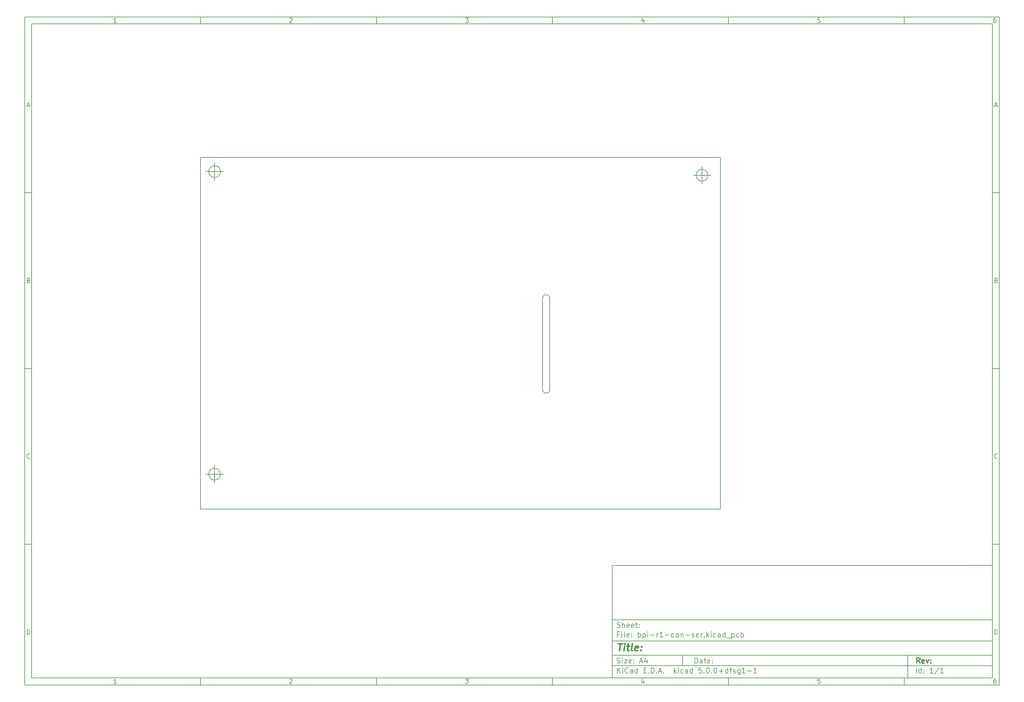
<source format=gm1>
G04 #@! TF.GenerationSoftware,KiCad,Pcbnew,5.0.0+dfsg1-1*
G04 #@! TF.CreationDate,2018-08-14T17:59:14+02:00*
G04 #@! TF.ProjectId,bpi-r1-can-ser,6270692D72312D63616E2D7365722E6B,rev?*
G04 #@! TF.SameCoordinates,Original*
G04 #@! TF.FileFunction,Profile,NP*
%FSLAX46Y46*%
G04 Gerber Fmt 4.6, Leading zero omitted, Abs format (unit mm)*
G04 Created by KiCad (PCBNEW 5.0.0+dfsg1-1) date Tue Aug 14 17:59:14 2018*
%MOMM*%
%LPD*%
G01*
G04 APERTURE LIST*
%ADD10C,0.100000*%
%ADD11C,0.150000*%
%ADD12C,0.300000*%
%ADD13C,0.400000*%
G04 APERTURE END LIST*
D10*
D11*
X177002200Y-166007200D02*
X177002200Y-198007200D01*
X285002200Y-198007200D01*
X285002200Y-166007200D01*
X177002200Y-166007200D01*
D10*
D11*
X10000000Y-10000000D02*
X10000000Y-200007200D01*
X287002200Y-200007200D01*
X287002200Y-10000000D01*
X10000000Y-10000000D01*
D10*
D11*
X12000000Y-12000000D02*
X12000000Y-198007200D01*
X285002200Y-198007200D01*
X285002200Y-12000000D01*
X12000000Y-12000000D01*
D10*
D11*
X60000000Y-12000000D02*
X60000000Y-10000000D01*
D10*
D11*
X110000000Y-12000000D02*
X110000000Y-10000000D01*
D10*
D11*
X160000000Y-12000000D02*
X160000000Y-10000000D01*
D10*
D11*
X210000000Y-12000000D02*
X210000000Y-10000000D01*
D10*
D11*
X260000000Y-12000000D02*
X260000000Y-10000000D01*
D10*
D11*
X36065476Y-11588095D02*
X35322619Y-11588095D01*
X35694047Y-11588095D02*
X35694047Y-10288095D01*
X35570238Y-10473809D01*
X35446428Y-10597619D01*
X35322619Y-10659523D01*
D10*
D11*
X85322619Y-10411904D02*
X85384523Y-10350000D01*
X85508333Y-10288095D01*
X85817857Y-10288095D01*
X85941666Y-10350000D01*
X86003571Y-10411904D01*
X86065476Y-10535714D01*
X86065476Y-10659523D01*
X86003571Y-10845238D01*
X85260714Y-11588095D01*
X86065476Y-11588095D01*
D10*
D11*
X135260714Y-10288095D02*
X136065476Y-10288095D01*
X135632142Y-10783333D01*
X135817857Y-10783333D01*
X135941666Y-10845238D01*
X136003571Y-10907142D01*
X136065476Y-11030952D01*
X136065476Y-11340476D01*
X136003571Y-11464285D01*
X135941666Y-11526190D01*
X135817857Y-11588095D01*
X135446428Y-11588095D01*
X135322619Y-11526190D01*
X135260714Y-11464285D01*
D10*
D11*
X185941666Y-10721428D02*
X185941666Y-11588095D01*
X185632142Y-10226190D02*
X185322619Y-11154761D01*
X186127380Y-11154761D01*
D10*
D11*
X236003571Y-10288095D02*
X235384523Y-10288095D01*
X235322619Y-10907142D01*
X235384523Y-10845238D01*
X235508333Y-10783333D01*
X235817857Y-10783333D01*
X235941666Y-10845238D01*
X236003571Y-10907142D01*
X236065476Y-11030952D01*
X236065476Y-11340476D01*
X236003571Y-11464285D01*
X235941666Y-11526190D01*
X235817857Y-11588095D01*
X235508333Y-11588095D01*
X235384523Y-11526190D01*
X235322619Y-11464285D01*
D10*
D11*
X285941666Y-10288095D02*
X285694047Y-10288095D01*
X285570238Y-10350000D01*
X285508333Y-10411904D01*
X285384523Y-10597619D01*
X285322619Y-10845238D01*
X285322619Y-11340476D01*
X285384523Y-11464285D01*
X285446428Y-11526190D01*
X285570238Y-11588095D01*
X285817857Y-11588095D01*
X285941666Y-11526190D01*
X286003571Y-11464285D01*
X286065476Y-11340476D01*
X286065476Y-11030952D01*
X286003571Y-10907142D01*
X285941666Y-10845238D01*
X285817857Y-10783333D01*
X285570238Y-10783333D01*
X285446428Y-10845238D01*
X285384523Y-10907142D01*
X285322619Y-11030952D01*
D10*
D11*
X60000000Y-198007200D02*
X60000000Y-200007200D01*
D10*
D11*
X110000000Y-198007200D02*
X110000000Y-200007200D01*
D10*
D11*
X160000000Y-198007200D02*
X160000000Y-200007200D01*
D10*
D11*
X210000000Y-198007200D02*
X210000000Y-200007200D01*
D10*
D11*
X260000000Y-198007200D02*
X260000000Y-200007200D01*
D10*
D11*
X36065476Y-199595295D02*
X35322619Y-199595295D01*
X35694047Y-199595295D02*
X35694047Y-198295295D01*
X35570238Y-198481009D01*
X35446428Y-198604819D01*
X35322619Y-198666723D01*
D10*
D11*
X85322619Y-198419104D02*
X85384523Y-198357200D01*
X85508333Y-198295295D01*
X85817857Y-198295295D01*
X85941666Y-198357200D01*
X86003571Y-198419104D01*
X86065476Y-198542914D01*
X86065476Y-198666723D01*
X86003571Y-198852438D01*
X85260714Y-199595295D01*
X86065476Y-199595295D01*
D10*
D11*
X135260714Y-198295295D02*
X136065476Y-198295295D01*
X135632142Y-198790533D01*
X135817857Y-198790533D01*
X135941666Y-198852438D01*
X136003571Y-198914342D01*
X136065476Y-199038152D01*
X136065476Y-199347676D01*
X136003571Y-199471485D01*
X135941666Y-199533390D01*
X135817857Y-199595295D01*
X135446428Y-199595295D01*
X135322619Y-199533390D01*
X135260714Y-199471485D01*
D10*
D11*
X185941666Y-198728628D02*
X185941666Y-199595295D01*
X185632142Y-198233390D02*
X185322619Y-199161961D01*
X186127380Y-199161961D01*
D10*
D11*
X236003571Y-198295295D02*
X235384523Y-198295295D01*
X235322619Y-198914342D01*
X235384523Y-198852438D01*
X235508333Y-198790533D01*
X235817857Y-198790533D01*
X235941666Y-198852438D01*
X236003571Y-198914342D01*
X236065476Y-199038152D01*
X236065476Y-199347676D01*
X236003571Y-199471485D01*
X235941666Y-199533390D01*
X235817857Y-199595295D01*
X235508333Y-199595295D01*
X235384523Y-199533390D01*
X235322619Y-199471485D01*
D10*
D11*
X285941666Y-198295295D02*
X285694047Y-198295295D01*
X285570238Y-198357200D01*
X285508333Y-198419104D01*
X285384523Y-198604819D01*
X285322619Y-198852438D01*
X285322619Y-199347676D01*
X285384523Y-199471485D01*
X285446428Y-199533390D01*
X285570238Y-199595295D01*
X285817857Y-199595295D01*
X285941666Y-199533390D01*
X286003571Y-199471485D01*
X286065476Y-199347676D01*
X286065476Y-199038152D01*
X286003571Y-198914342D01*
X285941666Y-198852438D01*
X285817857Y-198790533D01*
X285570238Y-198790533D01*
X285446428Y-198852438D01*
X285384523Y-198914342D01*
X285322619Y-199038152D01*
D10*
D11*
X10000000Y-60000000D02*
X12000000Y-60000000D01*
D10*
D11*
X10000000Y-110000000D02*
X12000000Y-110000000D01*
D10*
D11*
X10000000Y-160000000D02*
X12000000Y-160000000D01*
D10*
D11*
X10690476Y-35216666D02*
X11309523Y-35216666D01*
X10566666Y-35588095D02*
X11000000Y-34288095D01*
X11433333Y-35588095D01*
D10*
D11*
X11092857Y-84907142D02*
X11278571Y-84969047D01*
X11340476Y-85030952D01*
X11402380Y-85154761D01*
X11402380Y-85340476D01*
X11340476Y-85464285D01*
X11278571Y-85526190D01*
X11154761Y-85588095D01*
X10659523Y-85588095D01*
X10659523Y-84288095D01*
X11092857Y-84288095D01*
X11216666Y-84350000D01*
X11278571Y-84411904D01*
X11340476Y-84535714D01*
X11340476Y-84659523D01*
X11278571Y-84783333D01*
X11216666Y-84845238D01*
X11092857Y-84907142D01*
X10659523Y-84907142D01*
D10*
D11*
X11402380Y-135464285D02*
X11340476Y-135526190D01*
X11154761Y-135588095D01*
X11030952Y-135588095D01*
X10845238Y-135526190D01*
X10721428Y-135402380D01*
X10659523Y-135278571D01*
X10597619Y-135030952D01*
X10597619Y-134845238D01*
X10659523Y-134597619D01*
X10721428Y-134473809D01*
X10845238Y-134350000D01*
X11030952Y-134288095D01*
X11154761Y-134288095D01*
X11340476Y-134350000D01*
X11402380Y-134411904D01*
D10*
D11*
X10659523Y-185588095D02*
X10659523Y-184288095D01*
X10969047Y-184288095D01*
X11154761Y-184350000D01*
X11278571Y-184473809D01*
X11340476Y-184597619D01*
X11402380Y-184845238D01*
X11402380Y-185030952D01*
X11340476Y-185278571D01*
X11278571Y-185402380D01*
X11154761Y-185526190D01*
X10969047Y-185588095D01*
X10659523Y-185588095D01*
D10*
D11*
X287002200Y-60000000D02*
X285002200Y-60000000D01*
D10*
D11*
X287002200Y-110000000D02*
X285002200Y-110000000D01*
D10*
D11*
X287002200Y-160000000D02*
X285002200Y-160000000D01*
D10*
D11*
X285692676Y-35216666D02*
X286311723Y-35216666D01*
X285568866Y-35588095D02*
X286002200Y-34288095D01*
X286435533Y-35588095D01*
D10*
D11*
X286095057Y-84907142D02*
X286280771Y-84969047D01*
X286342676Y-85030952D01*
X286404580Y-85154761D01*
X286404580Y-85340476D01*
X286342676Y-85464285D01*
X286280771Y-85526190D01*
X286156961Y-85588095D01*
X285661723Y-85588095D01*
X285661723Y-84288095D01*
X286095057Y-84288095D01*
X286218866Y-84350000D01*
X286280771Y-84411904D01*
X286342676Y-84535714D01*
X286342676Y-84659523D01*
X286280771Y-84783333D01*
X286218866Y-84845238D01*
X286095057Y-84907142D01*
X285661723Y-84907142D01*
D10*
D11*
X286404580Y-135464285D02*
X286342676Y-135526190D01*
X286156961Y-135588095D01*
X286033152Y-135588095D01*
X285847438Y-135526190D01*
X285723628Y-135402380D01*
X285661723Y-135278571D01*
X285599819Y-135030952D01*
X285599819Y-134845238D01*
X285661723Y-134597619D01*
X285723628Y-134473809D01*
X285847438Y-134350000D01*
X286033152Y-134288095D01*
X286156961Y-134288095D01*
X286342676Y-134350000D01*
X286404580Y-134411904D01*
D10*
D11*
X285661723Y-185588095D02*
X285661723Y-184288095D01*
X285971247Y-184288095D01*
X286156961Y-184350000D01*
X286280771Y-184473809D01*
X286342676Y-184597619D01*
X286404580Y-184845238D01*
X286404580Y-185030952D01*
X286342676Y-185278571D01*
X286280771Y-185402380D01*
X286156961Y-185526190D01*
X285971247Y-185588095D01*
X285661723Y-185588095D01*
D10*
D11*
X200434342Y-193785771D02*
X200434342Y-192285771D01*
X200791485Y-192285771D01*
X201005771Y-192357200D01*
X201148628Y-192500057D01*
X201220057Y-192642914D01*
X201291485Y-192928628D01*
X201291485Y-193142914D01*
X201220057Y-193428628D01*
X201148628Y-193571485D01*
X201005771Y-193714342D01*
X200791485Y-193785771D01*
X200434342Y-193785771D01*
X202577200Y-193785771D02*
X202577200Y-193000057D01*
X202505771Y-192857200D01*
X202362914Y-192785771D01*
X202077200Y-192785771D01*
X201934342Y-192857200D01*
X202577200Y-193714342D02*
X202434342Y-193785771D01*
X202077200Y-193785771D01*
X201934342Y-193714342D01*
X201862914Y-193571485D01*
X201862914Y-193428628D01*
X201934342Y-193285771D01*
X202077200Y-193214342D01*
X202434342Y-193214342D01*
X202577200Y-193142914D01*
X203077200Y-192785771D02*
X203648628Y-192785771D01*
X203291485Y-192285771D02*
X203291485Y-193571485D01*
X203362914Y-193714342D01*
X203505771Y-193785771D01*
X203648628Y-193785771D01*
X204720057Y-193714342D02*
X204577200Y-193785771D01*
X204291485Y-193785771D01*
X204148628Y-193714342D01*
X204077200Y-193571485D01*
X204077200Y-193000057D01*
X204148628Y-192857200D01*
X204291485Y-192785771D01*
X204577200Y-192785771D01*
X204720057Y-192857200D01*
X204791485Y-193000057D01*
X204791485Y-193142914D01*
X204077200Y-193285771D01*
X205434342Y-193642914D02*
X205505771Y-193714342D01*
X205434342Y-193785771D01*
X205362914Y-193714342D01*
X205434342Y-193642914D01*
X205434342Y-193785771D01*
X205434342Y-192857200D02*
X205505771Y-192928628D01*
X205434342Y-193000057D01*
X205362914Y-192928628D01*
X205434342Y-192857200D01*
X205434342Y-193000057D01*
D10*
D11*
X177002200Y-194507200D02*
X285002200Y-194507200D01*
D10*
D11*
X178434342Y-196585771D02*
X178434342Y-195085771D01*
X179291485Y-196585771D02*
X178648628Y-195728628D01*
X179291485Y-195085771D02*
X178434342Y-195942914D01*
X179934342Y-196585771D02*
X179934342Y-195585771D01*
X179934342Y-195085771D02*
X179862914Y-195157200D01*
X179934342Y-195228628D01*
X180005771Y-195157200D01*
X179934342Y-195085771D01*
X179934342Y-195228628D01*
X181505771Y-196442914D02*
X181434342Y-196514342D01*
X181220057Y-196585771D01*
X181077200Y-196585771D01*
X180862914Y-196514342D01*
X180720057Y-196371485D01*
X180648628Y-196228628D01*
X180577200Y-195942914D01*
X180577200Y-195728628D01*
X180648628Y-195442914D01*
X180720057Y-195300057D01*
X180862914Y-195157200D01*
X181077200Y-195085771D01*
X181220057Y-195085771D01*
X181434342Y-195157200D01*
X181505771Y-195228628D01*
X182791485Y-196585771D02*
X182791485Y-195800057D01*
X182720057Y-195657200D01*
X182577200Y-195585771D01*
X182291485Y-195585771D01*
X182148628Y-195657200D01*
X182791485Y-196514342D02*
X182648628Y-196585771D01*
X182291485Y-196585771D01*
X182148628Y-196514342D01*
X182077200Y-196371485D01*
X182077200Y-196228628D01*
X182148628Y-196085771D01*
X182291485Y-196014342D01*
X182648628Y-196014342D01*
X182791485Y-195942914D01*
X184148628Y-196585771D02*
X184148628Y-195085771D01*
X184148628Y-196514342D02*
X184005771Y-196585771D01*
X183720057Y-196585771D01*
X183577200Y-196514342D01*
X183505771Y-196442914D01*
X183434342Y-196300057D01*
X183434342Y-195871485D01*
X183505771Y-195728628D01*
X183577200Y-195657200D01*
X183720057Y-195585771D01*
X184005771Y-195585771D01*
X184148628Y-195657200D01*
X186005771Y-195800057D02*
X186505771Y-195800057D01*
X186720057Y-196585771D02*
X186005771Y-196585771D01*
X186005771Y-195085771D01*
X186720057Y-195085771D01*
X187362914Y-196442914D02*
X187434342Y-196514342D01*
X187362914Y-196585771D01*
X187291485Y-196514342D01*
X187362914Y-196442914D01*
X187362914Y-196585771D01*
X188077200Y-196585771D02*
X188077200Y-195085771D01*
X188434342Y-195085771D01*
X188648628Y-195157200D01*
X188791485Y-195300057D01*
X188862914Y-195442914D01*
X188934342Y-195728628D01*
X188934342Y-195942914D01*
X188862914Y-196228628D01*
X188791485Y-196371485D01*
X188648628Y-196514342D01*
X188434342Y-196585771D01*
X188077200Y-196585771D01*
X189577200Y-196442914D02*
X189648628Y-196514342D01*
X189577200Y-196585771D01*
X189505771Y-196514342D01*
X189577200Y-196442914D01*
X189577200Y-196585771D01*
X190220057Y-196157200D02*
X190934342Y-196157200D01*
X190077200Y-196585771D02*
X190577200Y-195085771D01*
X191077200Y-196585771D01*
X191577200Y-196442914D02*
X191648628Y-196514342D01*
X191577200Y-196585771D01*
X191505771Y-196514342D01*
X191577200Y-196442914D01*
X191577200Y-196585771D01*
X194577200Y-196585771D02*
X194577200Y-195085771D01*
X194720057Y-196014342D02*
X195148628Y-196585771D01*
X195148628Y-195585771D02*
X194577200Y-196157200D01*
X195791485Y-196585771D02*
X195791485Y-195585771D01*
X195791485Y-195085771D02*
X195720057Y-195157200D01*
X195791485Y-195228628D01*
X195862914Y-195157200D01*
X195791485Y-195085771D01*
X195791485Y-195228628D01*
X197148628Y-196514342D02*
X197005771Y-196585771D01*
X196720057Y-196585771D01*
X196577200Y-196514342D01*
X196505771Y-196442914D01*
X196434342Y-196300057D01*
X196434342Y-195871485D01*
X196505771Y-195728628D01*
X196577200Y-195657200D01*
X196720057Y-195585771D01*
X197005771Y-195585771D01*
X197148628Y-195657200D01*
X198434342Y-196585771D02*
X198434342Y-195800057D01*
X198362914Y-195657200D01*
X198220057Y-195585771D01*
X197934342Y-195585771D01*
X197791485Y-195657200D01*
X198434342Y-196514342D02*
X198291485Y-196585771D01*
X197934342Y-196585771D01*
X197791485Y-196514342D01*
X197720057Y-196371485D01*
X197720057Y-196228628D01*
X197791485Y-196085771D01*
X197934342Y-196014342D01*
X198291485Y-196014342D01*
X198434342Y-195942914D01*
X199791485Y-196585771D02*
X199791485Y-195085771D01*
X199791485Y-196514342D02*
X199648628Y-196585771D01*
X199362914Y-196585771D01*
X199220057Y-196514342D01*
X199148628Y-196442914D01*
X199077200Y-196300057D01*
X199077200Y-195871485D01*
X199148628Y-195728628D01*
X199220057Y-195657200D01*
X199362914Y-195585771D01*
X199648628Y-195585771D01*
X199791485Y-195657200D01*
X202362914Y-195085771D02*
X201648628Y-195085771D01*
X201577200Y-195800057D01*
X201648628Y-195728628D01*
X201791485Y-195657200D01*
X202148628Y-195657200D01*
X202291485Y-195728628D01*
X202362914Y-195800057D01*
X202434342Y-195942914D01*
X202434342Y-196300057D01*
X202362914Y-196442914D01*
X202291485Y-196514342D01*
X202148628Y-196585771D01*
X201791485Y-196585771D01*
X201648628Y-196514342D01*
X201577200Y-196442914D01*
X203077200Y-196442914D02*
X203148628Y-196514342D01*
X203077200Y-196585771D01*
X203005771Y-196514342D01*
X203077200Y-196442914D01*
X203077200Y-196585771D01*
X204077200Y-195085771D02*
X204220057Y-195085771D01*
X204362914Y-195157200D01*
X204434342Y-195228628D01*
X204505771Y-195371485D01*
X204577200Y-195657200D01*
X204577200Y-196014342D01*
X204505771Y-196300057D01*
X204434342Y-196442914D01*
X204362914Y-196514342D01*
X204220057Y-196585771D01*
X204077200Y-196585771D01*
X203934342Y-196514342D01*
X203862914Y-196442914D01*
X203791485Y-196300057D01*
X203720057Y-196014342D01*
X203720057Y-195657200D01*
X203791485Y-195371485D01*
X203862914Y-195228628D01*
X203934342Y-195157200D01*
X204077200Y-195085771D01*
X205220057Y-196442914D02*
X205291485Y-196514342D01*
X205220057Y-196585771D01*
X205148628Y-196514342D01*
X205220057Y-196442914D01*
X205220057Y-196585771D01*
X206220057Y-195085771D02*
X206362914Y-195085771D01*
X206505771Y-195157200D01*
X206577200Y-195228628D01*
X206648628Y-195371485D01*
X206720057Y-195657200D01*
X206720057Y-196014342D01*
X206648628Y-196300057D01*
X206577200Y-196442914D01*
X206505771Y-196514342D01*
X206362914Y-196585771D01*
X206220057Y-196585771D01*
X206077200Y-196514342D01*
X206005771Y-196442914D01*
X205934342Y-196300057D01*
X205862914Y-196014342D01*
X205862914Y-195657200D01*
X205934342Y-195371485D01*
X206005771Y-195228628D01*
X206077200Y-195157200D01*
X206220057Y-195085771D01*
X207362914Y-196014342D02*
X208505771Y-196014342D01*
X207934342Y-196585771D02*
X207934342Y-195442914D01*
X209862914Y-196585771D02*
X209862914Y-195085771D01*
X209862914Y-196514342D02*
X209720057Y-196585771D01*
X209434342Y-196585771D01*
X209291485Y-196514342D01*
X209220057Y-196442914D01*
X209148628Y-196300057D01*
X209148628Y-195871485D01*
X209220057Y-195728628D01*
X209291485Y-195657200D01*
X209434342Y-195585771D01*
X209720057Y-195585771D01*
X209862914Y-195657200D01*
X210362914Y-195585771D02*
X210934342Y-195585771D01*
X210577200Y-196585771D02*
X210577200Y-195300057D01*
X210648628Y-195157200D01*
X210791485Y-195085771D01*
X210934342Y-195085771D01*
X211362914Y-196514342D02*
X211505771Y-196585771D01*
X211791485Y-196585771D01*
X211934342Y-196514342D01*
X212005771Y-196371485D01*
X212005771Y-196300057D01*
X211934342Y-196157200D01*
X211791485Y-196085771D01*
X211577200Y-196085771D01*
X211434342Y-196014342D01*
X211362914Y-195871485D01*
X211362914Y-195800057D01*
X211434342Y-195657200D01*
X211577200Y-195585771D01*
X211791485Y-195585771D01*
X211934342Y-195657200D01*
X213291485Y-195585771D02*
X213291485Y-196800057D01*
X213220057Y-196942914D01*
X213148628Y-197014342D01*
X213005771Y-197085771D01*
X212791485Y-197085771D01*
X212648628Y-197014342D01*
X213291485Y-196514342D02*
X213148628Y-196585771D01*
X212862914Y-196585771D01*
X212720057Y-196514342D01*
X212648628Y-196442914D01*
X212577200Y-196300057D01*
X212577200Y-195871485D01*
X212648628Y-195728628D01*
X212720057Y-195657200D01*
X212862914Y-195585771D01*
X213148628Y-195585771D01*
X213291485Y-195657200D01*
X214791485Y-196585771D02*
X213934342Y-196585771D01*
X214362914Y-196585771D02*
X214362914Y-195085771D01*
X214220057Y-195300057D01*
X214077200Y-195442914D01*
X213934342Y-195514342D01*
X215434342Y-196014342D02*
X216577200Y-196014342D01*
X218077200Y-196585771D02*
X217220057Y-196585771D01*
X217648628Y-196585771D02*
X217648628Y-195085771D01*
X217505771Y-195300057D01*
X217362914Y-195442914D01*
X217220057Y-195514342D01*
D10*
D11*
X177002200Y-191507200D02*
X285002200Y-191507200D01*
D10*
D12*
X264411485Y-193785771D02*
X263911485Y-193071485D01*
X263554342Y-193785771D02*
X263554342Y-192285771D01*
X264125771Y-192285771D01*
X264268628Y-192357200D01*
X264340057Y-192428628D01*
X264411485Y-192571485D01*
X264411485Y-192785771D01*
X264340057Y-192928628D01*
X264268628Y-193000057D01*
X264125771Y-193071485D01*
X263554342Y-193071485D01*
X265625771Y-193714342D02*
X265482914Y-193785771D01*
X265197200Y-193785771D01*
X265054342Y-193714342D01*
X264982914Y-193571485D01*
X264982914Y-193000057D01*
X265054342Y-192857200D01*
X265197200Y-192785771D01*
X265482914Y-192785771D01*
X265625771Y-192857200D01*
X265697200Y-193000057D01*
X265697200Y-193142914D01*
X264982914Y-193285771D01*
X266197200Y-192785771D02*
X266554342Y-193785771D01*
X266911485Y-192785771D01*
X267482914Y-193642914D02*
X267554342Y-193714342D01*
X267482914Y-193785771D01*
X267411485Y-193714342D01*
X267482914Y-193642914D01*
X267482914Y-193785771D01*
X267482914Y-192857200D02*
X267554342Y-192928628D01*
X267482914Y-193000057D01*
X267411485Y-192928628D01*
X267482914Y-192857200D01*
X267482914Y-193000057D01*
D10*
D11*
X178362914Y-193714342D02*
X178577200Y-193785771D01*
X178934342Y-193785771D01*
X179077200Y-193714342D01*
X179148628Y-193642914D01*
X179220057Y-193500057D01*
X179220057Y-193357200D01*
X179148628Y-193214342D01*
X179077200Y-193142914D01*
X178934342Y-193071485D01*
X178648628Y-193000057D01*
X178505771Y-192928628D01*
X178434342Y-192857200D01*
X178362914Y-192714342D01*
X178362914Y-192571485D01*
X178434342Y-192428628D01*
X178505771Y-192357200D01*
X178648628Y-192285771D01*
X179005771Y-192285771D01*
X179220057Y-192357200D01*
X179862914Y-193785771D02*
X179862914Y-192785771D01*
X179862914Y-192285771D02*
X179791485Y-192357200D01*
X179862914Y-192428628D01*
X179934342Y-192357200D01*
X179862914Y-192285771D01*
X179862914Y-192428628D01*
X180434342Y-192785771D02*
X181220057Y-192785771D01*
X180434342Y-193785771D01*
X181220057Y-193785771D01*
X182362914Y-193714342D02*
X182220057Y-193785771D01*
X181934342Y-193785771D01*
X181791485Y-193714342D01*
X181720057Y-193571485D01*
X181720057Y-193000057D01*
X181791485Y-192857200D01*
X181934342Y-192785771D01*
X182220057Y-192785771D01*
X182362914Y-192857200D01*
X182434342Y-193000057D01*
X182434342Y-193142914D01*
X181720057Y-193285771D01*
X183077200Y-193642914D02*
X183148628Y-193714342D01*
X183077200Y-193785771D01*
X183005771Y-193714342D01*
X183077200Y-193642914D01*
X183077200Y-193785771D01*
X183077200Y-192857200D02*
X183148628Y-192928628D01*
X183077200Y-193000057D01*
X183005771Y-192928628D01*
X183077200Y-192857200D01*
X183077200Y-193000057D01*
X184862914Y-193357200D02*
X185577200Y-193357200D01*
X184720057Y-193785771D02*
X185220057Y-192285771D01*
X185720057Y-193785771D01*
X186862914Y-192785771D02*
X186862914Y-193785771D01*
X186505771Y-192214342D02*
X186148628Y-193285771D01*
X187077200Y-193285771D01*
D10*
D11*
X263434342Y-196585771D02*
X263434342Y-195085771D01*
X264791485Y-196585771D02*
X264791485Y-195085771D01*
X264791485Y-196514342D02*
X264648628Y-196585771D01*
X264362914Y-196585771D01*
X264220057Y-196514342D01*
X264148628Y-196442914D01*
X264077200Y-196300057D01*
X264077200Y-195871485D01*
X264148628Y-195728628D01*
X264220057Y-195657200D01*
X264362914Y-195585771D01*
X264648628Y-195585771D01*
X264791485Y-195657200D01*
X265505771Y-196442914D02*
X265577200Y-196514342D01*
X265505771Y-196585771D01*
X265434342Y-196514342D01*
X265505771Y-196442914D01*
X265505771Y-196585771D01*
X265505771Y-195657200D02*
X265577200Y-195728628D01*
X265505771Y-195800057D01*
X265434342Y-195728628D01*
X265505771Y-195657200D01*
X265505771Y-195800057D01*
X268148628Y-196585771D02*
X267291485Y-196585771D01*
X267720057Y-196585771D02*
X267720057Y-195085771D01*
X267577200Y-195300057D01*
X267434342Y-195442914D01*
X267291485Y-195514342D01*
X269862914Y-195014342D02*
X268577200Y-196942914D01*
X271148628Y-196585771D02*
X270291485Y-196585771D01*
X270720057Y-196585771D02*
X270720057Y-195085771D01*
X270577200Y-195300057D01*
X270434342Y-195442914D01*
X270291485Y-195514342D01*
D10*
D11*
X177002200Y-187507200D02*
X285002200Y-187507200D01*
D10*
D13*
X178714580Y-188211961D02*
X179857438Y-188211961D01*
X179036009Y-190211961D02*
X179286009Y-188211961D01*
X180274104Y-190211961D02*
X180440771Y-188878628D01*
X180524104Y-188211961D02*
X180416961Y-188307200D01*
X180500295Y-188402438D01*
X180607438Y-188307200D01*
X180524104Y-188211961D01*
X180500295Y-188402438D01*
X181107438Y-188878628D02*
X181869342Y-188878628D01*
X181476485Y-188211961D02*
X181262200Y-189926247D01*
X181333628Y-190116723D01*
X181512200Y-190211961D01*
X181702676Y-190211961D01*
X182655057Y-190211961D02*
X182476485Y-190116723D01*
X182405057Y-189926247D01*
X182619342Y-188211961D01*
X184190771Y-190116723D02*
X183988390Y-190211961D01*
X183607438Y-190211961D01*
X183428866Y-190116723D01*
X183357438Y-189926247D01*
X183452676Y-189164342D01*
X183571723Y-188973866D01*
X183774104Y-188878628D01*
X184155057Y-188878628D01*
X184333628Y-188973866D01*
X184405057Y-189164342D01*
X184381247Y-189354819D01*
X183405057Y-189545295D01*
X185155057Y-190021485D02*
X185238390Y-190116723D01*
X185131247Y-190211961D01*
X185047914Y-190116723D01*
X185155057Y-190021485D01*
X185131247Y-190211961D01*
X185286009Y-188973866D02*
X185369342Y-189069104D01*
X185262200Y-189164342D01*
X185178866Y-189069104D01*
X185286009Y-188973866D01*
X185262200Y-189164342D01*
D10*
D11*
X178934342Y-185600057D02*
X178434342Y-185600057D01*
X178434342Y-186385771D02*
X178434342Y-184885771D01*
X179148628Y-184885771D01*
X179720057Y-186385771D02*
X179720057Y-185385771D01*
X179720057Y-184885771D02*
X179648628Y-184957200D01*
X179720057Y-185028628D01*
X179791485Y-184957200D01*
X179720057Y-184885771D01*
X179720057Y-185028628D01*
X180648628Y-186385771D02*
X180505771Y-186314342D01*
X180434342Y-186171485D01*
X180434342Y-184885771D01*
X181791485Y-186314342D02*
X181648628Y-186385771D01*
X181362914Y-186385771D01*
X181220057Y-186314342D01*
X181148628Y-186171485D01*
X181148628Y-185600057D01*
X181220057Y-185457200D01*
X181362914Y-185385771D01*
X181648628Y-185385771D01*
X181791485Y-185457200D01*
X181862914Y-185600057D01*
X181862914Y-185742914D01*
X181148628Y-185885771D01*
X182505771Y-186242914D02*
X182577200Y-186314342D01*
X182505771Y-186385771D01*
X182434342Y-186314342D01*
X182505771Y-186242914D01*
X182505771Y-186385771D01*
X182505771Y-185457200D02*
X182577200Y-185528628D01*
X182505771Y-185600057D01*
X182434342Y-185528628D01*
X182505771Y-185457200D01*
X182505771Y-185600057D01*
X184362914Y-186385771D02*
X184362914Y-184885771D01*
X184362914Y-185457200D02*
X184505771Y-185385771D01*
X184791485Y-185385771D01*
X184934342Y-185457200D01*
X185005771Y-185528628D01*
X185077200Y-185671485D01*
X185077200Y-186100057D01*
X185005771Y-186242914D01*
X184934342Y-186314342D01*
X184791485Y-186385771D01*
X184505771Y-186385771D01*
X184362914Y-186314342D01*
X185720057Y-185385771D02*
X185720057Y-186885771D01*
X185720057Y-185457200D02*
X185862914Y-185385771D01*
X186148628Y-185385771D01*
X186291485Y-185457200D01*
X186362914Y-185528628D01*
X186434342Y-185671485D01*
X186434342Y-186100057D01*
X186362914Y-186242914D01*
X186291485Y-186314342D01*
X186148628Y-186385771D01*
X185862914Y-186385771D01*
X185720057Y-186314342D01*
X187077200Y-186385771D02*
X187077200Y-185385771D01*
X187077200Y-184885771D02*
X187005771Y-184957200D01*
X187077200Y-185028628D01*
X187148628Y-184957200D01*
X187077200Y-184885771D01*
X187077200Y-185028628D01*
X187791485Y-185814342D02*
X188934342Y-185814342D01*
X189648628Y-186385771D02*
X189648628Y-185385771D01*
X189648628Y-185671485D02*
X189720057Y-185528628D01*
X189791485Y-185457200D01*
X189934342Y-185385771D01*
X190077200Y-185385771D01*
X191362914Y-186385771D02*
X190505771Y-186385771D01*
X190934342Y-186385771D02*
X190934342Y-184885771D01*
X190791485Y-185100057D01*
X190648628Y-185242914D01*
X190505771Y-185314342D01*
X192005771Y-185814342D02*
X193148628Y-185814342D01*
X194505771Y-186314342D02*
X194362914Y-186385771D01*
X194077200Y-186385771D01*
X193934342Y-186314342D01*
X193862914Y-186242914D01*
X193791485Y-186100057D01*
X193791485Y-185671485D01*
X193862914Y-185528628D01*
X193934342Y-185457200D01*
X194077200Y-185385771D01*
X194362914Y-185385771D01*
X194505771Y-185457200D01*
X195791485Y-186385771D02*
X195791485Y-185600057D01*
X195720057Y-185457200D01*
X195577200Y-185385771D01*
X195291485Y-185385771D01*
X195148628Y-185457200D01*
X195791485Y-186314342D02*
X195648628Y-186385771D01*
X195291485Y-186385771D01*
X195148628Y-186314342D01*
X195077200Y-186171485D01*
X195077200Y-186028628D01*
X195148628Y-185885771D01*
X195291485Y-185814342D01*
X195648628Y-185814342D01*
X195791485Y-185742914D01*
X196505771Y-185385771D02*
X196505771Y-186385771D01*
X196505771Y-185528628D02*
X196577200Y-185457200D01*
X196720057Y-185385771D01*
X196934342Y-185385771D01*
X197077200Y-185457200D01*
X197148628Y-185600057D01*
X197148628Y-186385771D01*
X197862914Y-185814342D02*
X199005771Y-185814342D01*
X199648628Y-186314342D02*
X199791485Y-186385771D01*
X200077200Y-186385771D01*
X200220057Y-186314342D01*
X200291485Y-186171485D01*
X200291485Y-186100057D01*
X200220057Y-185957200D01*
X200077200Y-185885771D01*
X199862914Y-185885771D01*
X199720057Y-185814342D01*
X199648628Y-185671485D01*
X199648628Y-185600057D01*
X199720057Y-185457200D01*
X199862914Y-185385771D01*
X200077200Y-185385771D01*
X200220057Y-185457200D01*
X201505771Y-186314342D02*
X201362914Y-186385771D01*
X201077200Y-186385771D01*
X200934342Y-186314342D01*
X200862914Y-186171485D01*
X200862914Y-185600057D01*
X200934342Y-185457200D01*
X201077200Y-185385771D01*
X201362914Y-185385771D01*
X201505771Y-185457200D01*
X201577200Y-185600057D01*
X201577200Y-185742914D01*
X200862914Y-185885771D01*
X202220057Y-186385771D02*
X202220057Y-185385771D01*
X202220057Y-185671485D02*
X202291485Y-185528628D01*
X202362914Y-185457200D01*
X202505771Y-185385771D01*
X202648628Y-185385771D01*
X203148628Y-186242914D02*
X203220057Y-186314342D01*
X203148628Y-186385771D01*
X203077200Y-186314342D01*
X203148628Y-186242914D01*
X203148628Y-186385771D01*
X203862914Y-186385771D02*
X203862914Y-184885771D01*
X204005771Y-185814342D02*
X204434342Y-186385771D01*
X204434342Y-185385771D02*
X203862914Y-185957200D01*
X205077200Y-186385771D02*
X205077200Y-185385771D01*
X205077200Y-184885771D02*
X205005771Y-184957200D01*
X205077200Y-185028628D01*
X205148628Y-184957200D01*
X205077200Y-184885771D01*
X205077200Y-185028628D01*
X206434342Y-186314342D02*
X206291485Y-186385771D01*
X206005771Y-186385771D01*
X205862914Y-186314342D01*
X205791485Y-186242914D01*
X205720057Y-186100057D01*
X205720057Y-185671485D01*
X205791485Y-185528628D01*
X205862914Y-185457200D01*
X206005771Y-185385771D01*
X206291485Y-185385771D01*
X206434342Y-185457200D01*
X207720057Y-186385771D02*
X207720057Y-185600057D01*
X207648628Y-185457200D01*
X207505771Y-185385771D01*
X207220057Y-185385771D01*
X207077200Y-185457200D01*
X207720057Y-186314342D02*
X207577200Y-186385771D01*
X207220057Y-186385771D01*
X207077200Y-186314342D01*
X207005771Y-186171485D01*
X207005771Y-186028628D01*
X207077200Y-185885771D01*
X207220057Y-185814342D01*
X207577200Y-185814342D01*
X207720057Y-185742914D01*
X209077200Y-186385771D02*
X209077200Y-184885771D01*
X209077200Y-186314342D02*
X208934342Y-186385771D01*
X208648628Y-186385771D01*
X208505771Y-186314342D01*
X208434342Y-186242914D01*
X208362914Y-186100057D01*
X208362914Y-185671485D01*
X208434342Y-185528628D01*
X208505771Y-185457200D01*
X208648628Y-185385771D01*
X208934342Y-185385771D01*
X209077200Y-185457200D01*
X209434342Y-186528628D02*
X210577200Y-186528628D01*
X210934342Y-185385771D02*
X210934342Y-186885771D01*
X210934342Y-185457200D02*
X211077200Y-185385771D01*
X211362914Y-185385771D01*
X211505771Y-185457200D01*
X211577200Y-185528628D01*
X211648628Y-185671485D01*
X211648628Y-186100057D01*
X211577200Y-186242914D01*
X211505771Y-186314342D01*
X211362914Y-186385771D01*
X211077200Y-186385771D01*
X210934342Y-186314342D01*
X212934342Y-186314342D02*
X212791485Y-186385771D01*
X212505771Y-186385771D01*
X212362914Y-186314342D01*
X212291485Y-186242914D01*
X212220057Y-186100057D01*
X212220057Y-185671485D01*
X212291485Y-185528628D01*
X212362914Y-185457200D01*
X212505771Y-185385771D01*
X212791485Y-185385771D01*
X212934342Y-185457200D01*
X213577200Y-186385771D02*
X213577200Y-184885771D01*
X213577200Y-185457200D02*
X213720057Y-185385771D01*
X214005771Y-185385771D01*
X214148628Y-185457200D01*
X214220057Y-185528628D01*
X214291485Y-185671485D01*
X214291485Y-186100057D01*
X214220057Y-186242914D01*
X214148628Y-186314342D01*
X214005771Y-186385771D01*
X213720057Y-186385771D01*
X213577200Y-186314342D01*
D10*
D11*
X177002200Y-181507200D02*
X285002200Y-181507200D01*
D10*
D11*
X178362914Y-183614342D02*
X178577200Y-183685771D01*
X178934342Y-183685771D01*
X179077200Y-183614342D01*
X179148628Y-183542914D01*
X179220057Y-183400057D01*
X179220057Y-183257200D01*
X179148628Y-183114342D01*
X179077200Y-183042914D01*
X178934342Y-182971485D01*
X178648628Y-182900057D01*
X178505771Y-182828628D01*
X178434342Y-182757200D01*
X178362914Y-182614342D01*
X178362914Y-182471485D01*
X178434342Y-182328628D01*
X178505771Y-182257200D01*
X178648628Y-182185771D01*
X179005771Y-182185771D01*
X179220057Y-182257200D01*
X179862914Y-183685771D02*
X179862914Y-182185771D01*
X180505771Y-183685771D02*
X180505771Y-182900057D01*
X180434342Y-182757200D01*
X180291485Y-182685771D01*
X180077200Y-182685771D01*
X179934342Y-182757200D01*
X179862914Y-182828628D01*
X181791485Y-183614342D02*
X181648628Y-183685771D01*
X181362914Y-183685771D01*
X181220057Y-183614342D01*
X181148628Y-183471485D01*
X181148628Y-182900057D01*
X181220057Y-182757200D01*
X181362914Y-182685771D01*
X181648628Y-182685771D01*
X181791485Y-182757200D01*
X181862914Y-182900057D01*
X181862914Y-183042914D01*
X181148628Y-183185771D01*
X183077200Y-183614342D02*
X182934342Y-183685771D01*
X182648628Y-183685771D01*
X182505771Y-183614342D01*
X182434342Y-183471485D01*
X182434342Y-182900057D01*
X182505771Y-182757200D01*
X182648628Y-182685771D01*
X182934342Y-182685771D01*
X183077200Y-182757200D01*
X183148628Y-182900057D01*
X183148628Y-183042914D01*
X182434342Y-183185771D01*
X183577200Y-182685771D02*
X184148628Y-182685771D01*
X183791485Y-182185771D02*
X183791485Y-183471485D01*
X183862914Y-183614342D01*
X184005771Y-183685771D01*
X184148628Y-183685771D01*
X184648628Y-183542914D02*
X184720057Y-183614342D01*
X184648628Y-183685771D01*
X184577200Y-183614342D01*
X184648628Y-183542914D01*
X184648628Y-183685771D01*
X184648628Y-182757200D02*
X184720057Y-182828628D01*
X184648628Y-182900057D01*
X184577200Y-182828628D01*
X184648628Y-182757200D01*
X184648628Y-182900057D01*
D10*
D11*
X197002200Y-191507200D02*
X197002200Y-194507200D01*
D10*
D11*
X261002200Y-191507200D02*
X261002200Y-198007200D01*
X159200000Y-90000000D02*
X159200000Y-116000000D01*
X157200000Y-90000000D02*
X157200000Y-116000000D01*
X157200000Y-116000000D02*
G75*
G03X159200000Y-116000000I1000000J0D01*
G01*
X159200000Y-90000000D02*
G75*
G03X157200000Y-90000000I-1000000J0D01*
G01*
X204152124Y-55022542D02*
G75*
G03X204152124Y-55022542I-1666666J0D01*
G01*
X199985458Y-55022542D02*
X204985458Y-55022542D01*
X202485458Y-52522542D02*
X202485458Y-57522542D01*
X65652381Y-53977460D02*
G75*
G03X65652381Y-53977460I-1666666J0D01*
G01*
X61485715Y-53977460D02*
X66485715Y-53977460D01*
X63985715Y-51477460D02*
X63985715Y-56477460D01*
X65630861Y-140047674D02*
G75*
G03X65630861Y-140047674I-1666666J0D01*
G01*
X61464195Y-140047674D02*
X66464195Y-140047674D01*
X63964195Y-137547674D02*
X63964195Y-142547674D01*
X60000000Y-50000000D02*
X207750000Y-50000000D01*
X207750000Y-150000000D02*
X207750000Y-50000000D01*
X60000000Y-150000000D02*
X207750000Y-150000000D01*
X60000000Y-50000000D02*
X60000000Y-150000000D01*
M02*

</source>
